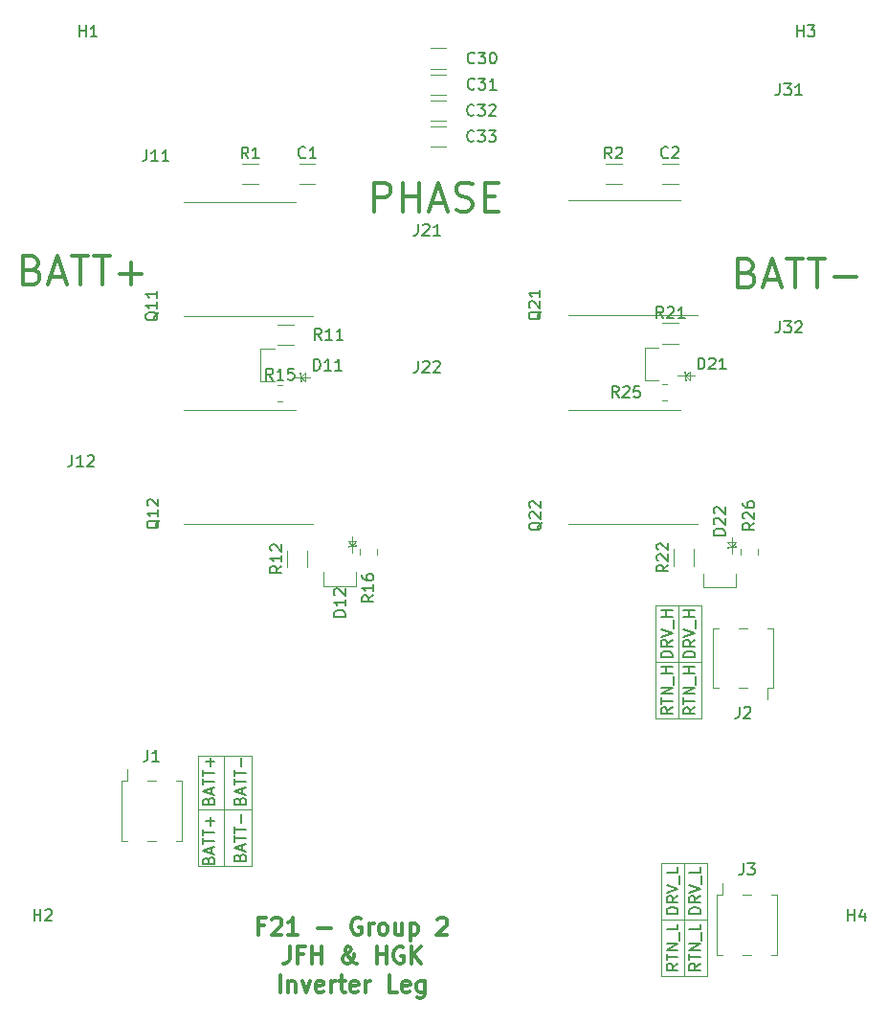
<source format=gto>
G04 #@! TF.GenerationSoftware,KiCad,Pcbnew,(5.1.6)-1*
G04 #@! TF.CreationDate,2021-04-15T23:42:56+02:00*
G04 #@! TF.ProjectId,ThreePhaseInverter,54687265-6550-4686-9173-65496e766572,rev?*
G04 #@! TF.SameCoordinates,Original*
G04 #@! TF.FileFunction,Legend,Top*
G04 #@! TF.FilePolarity,Positive*
%FSLAX46Y46*%
G04 Gerber Fmt 4.6, Leading zero omitted, Abs format (unit mm)*
G04 Created by KiCad (PCBNEW (5.1.6)-1) date 2021-04-15 23:42:56*
%MOMM*%
%LPD*%
G01*
G04 APERTURE LIST*
%ADD10C,0.300000*%
%ADD11C,0.150000*%
%ADD12C,0.120000*%
%ADD13C,0.050000*%
G04 APERTURE END LIST*
D10*
X73578571Y-143042857D02*
X73078571Y-143042857D01*
X73078571Y-143828571D02*
X73078571Y-142328571D01*
X73792857Y-142328571D01*
X74292857Y-142471428D02*
X74364285Y-142400000D01*
X74507142Y-142328571D01*
X74864285Y-142328571D01*
X75007142Y-142400000D01*
X75078571Y-142471428D01*
X75150000Y-142614285D01*
X75150000Y-142757142D01*
X75078571Y-142971428D01*
X74221428Y-143828571D01*
X75150000Y-143828571D01*
X76578571Y-143828571D02*
X75721428Y-143828571D01*
X76150000Y-143828571D02*
X76150000Y-142328571D01*
X76007142Y-142542857D01*
X75864285Y-142685714D01*
X75721428Y-142757142D01*
X78364285Y-143257142D02*
X79507142Y-143257142D01*
X82150000Y-142400000D02*
X82007142Y-142328571D01*
X81792857Y-142328571D01*
X81578571Y-142400000D01*
X81435714Y-142542857D01*
X81364285Y-142685714D01*
X81292857Y-142971428D01*
X81292857Y-143185714D01*
X81364285Y-143471428D01*
X81435714Y-143614285D01*
X81578571Y-143757142D01*
X81792857Y-143828571D01*
X81935714Y-143828571D01*
X82150000Y-143757142D01*
X82221428Y-143685714D01*
X82221428Y-143185714D01*
X81935714Y-143185714D01*
X82864285Y-143828571D02*
X82864285Y-142828571D01*
X82864285Y-143114285D02*
X82935714Y-142971428D01*
X83007142Y-142900000D01*
X83150000Y-142828571D01*
X83292857Y-142828571D01*
X84007142Y-143828571D02*
X83864285Y-143757142D01*
X83792857Y-143685714D01*
X83721428Y-143542857D01*
X83721428Y-143114285D01*
X83792857Y-142971428D01*
X83864285Y-142900000D01*
X84007142Y-142828571D01*
X84221428Y-142828571D01*
X84364285Y-142900000D01*
X84435714Y-142971428D01*
X84507142Y-143114285D01*
X84507142Y-143542857D01*
X84435714Y-143685714D01*
X84364285Y-143757142D01*
X84221428Y-143828571D01*
X84007142Y-143828571D01*
X85792857Y-142828571D02*
X85792857Y-143828571D01*
X85150000Y-142828571D02*
X85150000Y-143614285D01*
X85221428Y-143757142D01*
X85364285Y-143828571D01*
X85578571Y-143828571D01*
X85721428Y-143757142D01*
X85792857Y-143685714D01*
X86507142Y-142828571D02*
X86507142Y-144328571D01*
X86507142Y-142900000D02*
X86650000Y-142828571D01*
X86935714Y-142828571D01*
X87078571Y-142900000D01*
X87150000Y-142971428D01*
X87221428Y-143114285D01*
X87221428Y-143542857D01*
X87150000Y-143685714D01*
X87078571Y-143757142D01*
X86935714Y-143828571D01*
X86650000Y-143828571D01*
X86507142Y-143757142D01*
X88935714Y-142471428D02*
X89007142Y-142400000D01*
X89150000Y-142328571D01*
X89507142Y-142328571D01*
X89650000Y-142400000D01*
X89721428Y-142471428D01*
X89792857Y-142614285D01*
X89792857Y-142757142D01*
X89721428Y-142971428D01*
X88864285Y-143828571D01*
X89792857Y-143828571D01*
X75828571Y-144878571D02*
X75828571Y-145950000D01*
X75757142Y-146164285D01*
X75614285Y-146307142D01*
X75400000Y-146378571D01*
X75257142Y-146378571D01*
X77042857Y-145592857D02*
X76542857Y-145592857D01*
X76542857Y-146378571D02*
X76542857Y-144878571D01*
X77257142Y-144878571D01*
X77828571Y-146378571D02*
X77828571Y-144878571D01*
X77828571Y-145592857D02*
X78685714Y-145592857D01*
X78685714Y-146378571D02*
X78685714Y-144878571D01*
X81757142Y-146378571D02*
X81685714Y-146378571D01*
X81542857Y-146307142D01*
X81328571Y-146092857D01*
X80971428Y-145664285D01*
X80828571Y-145450000D01*
X80757142Y-145235714D01*
X80757142Y-145092857D01*
X80828571Y-144950000D01*
X80971428Y-144878571D01*
X81042857Y-144878571D01*
X81185714Y-144950000D01*
X81257142Y-145092857D01*
X81257142Y-145164285D01*
X81185714Y-145307142D01*
X81114285Y-145378571D01*
X80685714Y-145664285D01*
X80614285Y-145735714D01*
X80542857Y-145878571D01*
X80542857Y-146092857D01*
X80614285Y-146235714D01*
X80685714Y-146307142D01*
X80828571Y-146378571D01*
X81042857Y-146378571D01*
X81185714Y-146307142D01*
X81257142Y-146235714D01*
X81471428Y-145950000D01*
X81542857Y-145735714D01*
X81542857Y-145592857D01*
X83542857Y-146378571D02*
X83542857Y-144878571D01*
X83542857Y-145592857D02*
X84400000Y-145592857D01*
X84400000Y-146378571D02*
X84400000Y-144878571D01*
X85900000Y-144950000D02*
X85757142Y-144878571D01*
X85542857Y-144878571D01*
X85328571Y-144950000D01*
X85185714Y-145092857D01*
X85114285Y-145235714D01*
X85042857Y-145521428D01*
X85042857Y-145735714D01*
X85114285Y-146021428D01*
X85185714Y-146164285D01*
X85328571Y-146307142D01*
X85542857Y-146378571D01*
X85685714Y-146378571D01*
X85900000Y-146307142D01*
X85971428Y-146235714D01*
X85971428Y-145735714D01*
X85685714Y-145735714D01*
X86614285Y-146378571D02*
X86614285Y-144878571D01*
X87471428Y-146378571D02*
X86828571Y-145521428D01*
X87471428Y-144878571D02*
X86614285Y-145735714D01*
X75007142Y-148928571D02*
X75007142Y-147428571D01*
X75721428Y-147928571D02*
X75721428Y-148928571D01*
X75721428Y-148071428D02*
X75792857Y-148000000D01*
X75935714Y-147928571D01*
X76150000Y-147928571D01*
X76292857Y-148000000D01*
X76364285Y-148142857D01*
X76364285Y-148928571D01*
X76935714Y-147928571D02*
X77292857Y-148928571D01*
X77650000Y-147928571D01*
X78792857Y-148857142D02*
X78650000Y-148928571D01*
X78364285Y-148928571D01*
X78221428Y-148857142D01*
X78150000Y-148714285D01*
X78150000Y-148142857D01*
X78221428Y-148000000D01*
X78364285Y-147928571D01*
X78650000Y-147928571D01*
X78792857Y-148000000D01*
X78864285Y-148142857D01*
X78864285Y-148285714D01*
X78150000Y-148428571D01*
X79507142Y-148928571D02*
X79507142Y-147928571D01*
X79507142Y-148214285D02*
X79578571Y-148071428D01*
X79650000Y-148000000D01*
X79792857Y-147928571D01*
X79935714Y-147928571D01*
X80221428Y-147928571D02*
X80792857Y-147928571D01*
X80435714Y-147428571D02*
X80435714Y-148714285D01*
X80507142Y-148857142D01*
X80650000Y-148928571D01*
X80792857Y-148928571D01*
X81864285Y-148857142D02*
X81721428Y-148928571D01*
X81435714Y-148928571D01*
X81292857Y-148857142D01*
X81221428Y-148714285D01*
X81221428Y-148142857D01*
X81292857Y-148000000D01*
X81435714Y-147928571D01*
X81721428Y-147928571D01*
X81864285Y-148000000D01*
X81935714Y-148142857D01*
X81935714Y-148285714D01*
X81221428Y-148428571D01*
X82578571Y-148928571D02*
X82578571Y-147928571D01*
X82578571Y-148214285D02*
X82650000Y-148071428D01*
X82721428Y-148000000D01*
X82864285Y-147928571D01*
X83007142Y-147928571D01*
X85364285Y-148928571D02*
X84650000Y-148928571D01*
X84650000Y-147428571D01*
X86435714Y-148857142D02*
X86292857Y-148928571D01*
X86007142Y-148928571D01*
X85864285Y-148857142D01*
X85792857Y-148714285D01*
X85792857Y-148142857D01*
X85864285Y-148000000D01*
X86007142Y-147928571D01*
X86292857Y-147928571D01*
X86435714Y-148000000D01*
X86507142Y-148142857D01*
X86507142Y-148285714D01*
X85792857Y-148428571D01*
X87792857Y-147928571D02*
X87792857Y-149142857D01*
X87721428Y-149285714D01*
X87650000Y-149357142D01*
X87507142Y-149428571D01*
X87292857Y-149428571D01*
X87150000Y-149357142D01*
X87792857Y-148857142D02*
X87650000Y-148928571D01*
X87364285Y-148928571D01*
X87221428Y-148857142D01*
X87150000Y-148785714D01*
X87078571Y-148642857D01*
X87078571Y-148214285D01*
X87150000Y-148071428D01*
X87221428Y-148000000D01*
X87364285Y-147928571D01*
X87650000Y-147928571D01*
X87792857Y-148000000D01*
X83307142Y-79899047D02*
X83307142Y-77359047D01*
X84274761Y-77359047D01*
X84516666Y-77480000D01*
X84637619Y-77600952D01*
X84758571Y-77842857D01*
X84758571Y-78205714D01*
X84637619Y-78447619D01*
X84516666Y-78568571D01*
X84274761Y-78689523D01*
X83307142Y-78689523D01*
X85847142Y-79899047D02*
X85847142Y-77359047D01*
X85847142Y-78568571D02*
X87298571Y-78568571D01*
X87298571Y-79899047D02*
X87298571Y-77359047D01*
X88387142Y-79173333D02*
X89596666Y-79173333D01*
X88145238Y-79899047D02*
X88991904Y-77359047D01*
X89838571Y-79899047D01*
X90564285Y-79778095D02*
X90927142Y-79899047D01*
X91531904Y-79899047D01*
X91773809Y-79778095D01*
X91894761Y-79657142D01*
X92015714Y-79415238D01*
X92015714Y-79173333D01*
X91894761Y-78931428D01*
X91773809Y-78810476D01*
X91531904Y-78689523D01*
X91048095Y-78568571D01*
X90806190Y-78447619D01*
X90685238Y-78326666D01*
X90564285Y-78084761D01*
X90564285Y-77842857D01*
X90685238Y-77600952D01*
X90806190Y-77480000D01*
X91048095Y-77359047D01*
X91652857Y-77359047D01*
X92015714Y-77480000D01*
X93104285Y-78568571D02*
X93950952Y-78568571D01*
X94313809Y-79899047D02*
X93104285Y-79899047D01*
X93104285Y-77359047D01*
X94313809Y-77359047D01*
X53085238Y-85068571D02*
X53448095Y-85189523D01*
X53569047Y-85310476D01*
X53690000Y-85552380D01*
X53690000Y-85915238D01*
X53569047Y-86157142D01*
X53448095Y-86278095D01*
X53206190Y-86399047D01*
X52238571Y-86399047D01*
X52238571Y-83859047D01*
X53085238Y-83859047D01*
X53327142Y-83980000D01*
X53448095Y-84100952D01*
X53569047Y-84342857D01*
X53569047Y-84584761D01*
X53448095Y-84826666D01*
X53327142Y-84947619D01*
X53085238Y-85068571D01*
X52238571Y-85068571D01*
X54657619Y-85673333D02*
X55867142Y-85673333D01*
X54415714Y-86399047D02*
X55262380Y-83859047D01*
X56109047Y-86399047D01*
X56592857Y-83859047D02*
X58044285Y-83859047D01*
X57318571Y-86399047D02*
X57318571Y-83859047D01*
X58528095Y-83859047D02*
X59979523Y-83859047D01*
X59253809Y-86399047D02*
X59253809Y-83859047D01*
X60826190Y-85431428D02*
X62761428Y-85431428D01*
X61793809Y-86399047D02*
X61793809Y-84463809D01*
X116335238Y-85318571D02*
X116698095Y-85439523D01*
X116819047Y-85560476D01*
X116940000Y-85802380D01*
X116940000Y-86165238D01*
X116819047Y-86407142D01*
X116698095Y-86528095D01*
X116456190Y-86649047D01*
X115488571Y-86649047D01*
X115488571Y-84109047D01*
X116335238Y-84109047D01*
X116577142Y-84230000D01*
X116698095Y-84350952D01*
X116819047Y-84592857D01*
X116819047Y-84834761D01*
X116698095Y-85076666D01*
X116577142Y-85197619D01*
X116335238Y-85318571D01*
X115488571Y-85318571D01*
X117907619Y-85923333D02*
X119117142Y-85923333D01*
X117665714Y-86649047D02*
X118512380Y-84109047D01*
X119359047Y-86649047D01*
X119842857Y-84109047D02*
X121294285Y-84109047D01*
X120568571Y-86649047D02*
X120568571Y-84109047D01*
X121778095Y-84109047D02*
X123229523Y-84109047D01*
X122503809Y-86649047D02*
X122503809Y-84109047D01*
X124076190Y-85681428D02*
X126011428Y-85681428D01*
D11*
X109702380Y-119345238D02*
X108702380Y-119345238D01*
X108702380Y-119107142D01*
X108750000Y-118964285D01*
X108845238Y-118869047D01*
X108940476Y-118821428D01*
X109130952Y-118773809D01*
X109273809Y-118773809D01*
X109464285Y-118821428D01*
X109559523Y-118869047D01*
X109654761Y-118964285D01*
X109702380Y-119107142D01*
X109702380Y-119345238D01*
X109702380Y-117773809D02*
X109226190Y-118107142D01*
X109702380Y-118345238D02*
X108702380Y-118345238D01*
X108702380Y-117964285D01*
X108750000Y-117869047D01*
X108797619Y-117821428D01*
X108892857Y-117773809D01*
X109035714Y-117773809D01*
X109130952Y-117821428D01*
X109178571Y-117869047D01*
X109226190Y-117964285D01*
X109226190Y-118345238D01*
X108702380Y-117488095D02*
X109702380Y-117154761D01*
X108702380Y-116821428D01*
X109797619Y-116726190D02*
X109797619Y-115964285D01*
X109702380Y-115726190D02*
X108702380Y-115726190D01*
X109178571Y-115726190D02*
X109178571Y-115154761D01*
X109702380Y-115154761D02*
X108702380Y-115154761D01*
X111702380Y-119345238D02*
X110702380Y-119345238D01*
X110702380Y-119107142D01*
X110750000Y-118964285D01*
X110845238Y-118869047D01*
X110940476Y-118821428D01*
X111130952Y-118773809D01*
X111273809Y-118773809D01*
X111464285Y-118821428D01*
X111559523Y-118869047D01*
X111654761Y-118964285D01*
X111702380Y-119107142D01*
X111702380Y-119345238D01*
X111702380Y-117773809D02*
X111226190Y-118107142D01*
X111702380Y-118345238D02*
X110702380Y-118345238D01*
X110702380Y-117964285D01*
X110750000Y-117869047D01*
X110797619Y-117821428D01*
X110892857Y-117773809D01*
X111035714Y-117773809D01*
X111130952Y-117821428D01*
X111178571Y-117869047D01*
X111226190Y-117964285D01*
X111226190Y-118345238D01*
X110702380Y-117488095D02*
X111702380Y-117154761D01*
X110702380Y-116821428D01*
X111797619Y-116726190D02*
X111797619Y-115964285D01*
X111702380Y-115726190D02*
X110702380Y-115726190D01*
X111178571Y-115726190D02*
X111178571Y-115154761D01*
X111702380Y-115154761D02*
X110702380Y-115154761D01*
X109702380Y-123750000D02*
X109226190Y-124083333D01*
X109702380Y-124321428D02*
X108702380Y-124321428D01*
X108702380Y-123940476D01*
X108750000Y-123845238D01*
X108797619Y-123797619D01*
X108892857Y-123750000D01*
X109035714Y-123750000D01*
X109130952Y-123797619D01*
X109178571Y-123845238D01*
X109226190Y-123940476D01*
X109226190Y-124321428D01*
X108702380Y-123464285D02*
X108702380Y-122892857D01*
X109702380Y-123178571D02*
X108702380Y-123178571D01*
X109702380Y-122559523D02*
X108702380Y-122559523D01*
X109702380Y-121988095D01*
X108702380Y-121988095D01*
X109797619Y-121750000D02*
X109797619Y-120988095D01*
X109702380Y-120750000D02*
X108702380Y-120750000D01*
X109178571Y-120750000D02*
X109178571Y-120178571D01*
X109702380Y-120178571D02*
X108702380Y-120178571D01*
X111702380Y-123750000D02*
X111226190Y-124083333D01*
X111702380Y-124321428D02*
X110702380Y-124321428D01*
X110702380Y-123940476D01*
X110750000Y-123845238D01*
X110797619Y-123797619D01*
X110892857Y-123750000D01*
X111035714Y-123750000D01*
X111130952Y-123797619D01*
X111178571Y-123845238D01*
X111226190Y-123940476D01*
X111226190Y-124321428D01*
X110702380Y-123464285D02*
X110702380Y-122892857D01*
X111702380Y-123178571D02*
X110702380Y-123178571D01*
X111702380Y-122559523D02*
X110702380Y-122559523D01*
X111702380Y-121988095D01*
X110702380Y-121988095D01*
X111797619Y-121750000D02*
X111797619Y-120988095D01*
X111702380Y-120750000D02*
X110702380Y-120750000D01*
X111178571Y-120750000D02*
X111178571Y-120178571D01*
X111702380Y-120178571D02*
X110702380Y-120178571D01*
D12*
X108250000Y-119750000D02*
X112250000Y-119750000D01*
X112250000Y-124750000D02*
X108250000Y-124750000D01*
X108250000Y-114750000D02*
X112250000Y-114750000D01*
X112250000Y-114750000D02*
X112250000Y-124750000D01*
X108250000Y-124750000D02*
X108250000Y-114750000D01*
X110250000Y-114750000D02*
X110250000Y-124750000D01*
X108750000Y-142500000D02*
X112750000Y-142500000D01*
X110750000Y-137500000D02*
X110750000Y-147500000D01*
X108750000Y-147500000D02*
X108750000Y-137500000D01*
X112750000Y-147500000D02*
X108750000Y-147500000D01*
X112750000Y-137500000D02*
X112750000Y-147500000D01*
X108750000Y-137500000D02*
X112750000Y-137500000D01*
D11*
X110202380Y-141976190D02*
X109202380Y-141976190D01*
X109202380Y-141738095D01*
X109250000Y-141595238D01*
X109345238Y-141500000D01*
X109440476Y-141452380D01*
X109630952Y-141404761D01*
X109773809Y-141404761D01*
X109964285Y-141452380D01*
X110059523Y-141500000D01*
X110154761Y-141595238D01*
X110202380Y-141738095D01*
X110202380Y-141976190D01*
X110202380Y-140404761D02*
X109726190Y-140738095D01*
X110202380Y-140976190D02*
X109202380Y-140976190D01*
X109202380Y-140595238D01*
X109250000Y-140500000D01*
X109297619Y-140452380D01*
X109392857Y-140404761D01*
X109535714Y-140404761D01*
X109630952Y-140452380D01*
X109678571Y-140500000D01*
X109726190Y-140595238D01*
X109726190Y-140976190D01*
X109202380Y-140119047D02*
X110202380Y-139785714D01*
X109202380Y-139452380D01*
X110297619Y-139357142D02*
X110297619Y-138595238D01*
X110202380Y-137880952D02*
X110202380Y-138357142D01*
X109202380Y-138357142D01*
X112202380Y-141976190D02*
X111202380Y-141976190D01*
X111202380Y-141738095D01*
X111250000Y-141595238D01*
X111345238Y-141500000D01*
X111440476Y-141452380D01*
X111630952Y-141404761D01*
X111773809Y-141404761D01*
X111964285Y-141452380D01*
X112059523Y-141500000D01*
X112154761Y-141595238D01*
X112202380Y-141738095D01*
X112202380Y-141976190D01*
X112202380Y-140404761D02*
X111726190Y-140738095D01*
X112202380Y-140976190D02*
X111202380Y-140976190D01*
X111202380Y-140595238D01*
X111250000Y-140500000D01*
X111297619Y-140452380D01*
X111392857Y-140404761D01*
X111535714Y-140404761D01*
X111630952Y-140452380D01*
X111678571Y-140500000D01*
X111726190Y-140595238D01*
X111726190Y-140976190D01*
X111202380Y-140119047D02*
X112202380Y-139785714D01*
X111202380Y-139452380D01*
X112297619Y-139357142D02*
X112297619Y-138595238D01*
X112202380Y-137880952D02*
X112202380Y-138357142D01*
X111202380Y-138357142D01*
X110202380Y-146380952D02*
X109726190Y-146714285D01*
X110202380Y-146952380D02*
X109202380Y-146952380D01*
X109202380Y-146571428D01*
X109250000Y-146476190D01*
X109297619Y-146428571D01*
X109392857Y-146380952D01*
X109535714Y-146380952D01*
X109630952Y-146428571D01*
X109678571Y-146476190D01*
X109726190Y-146571428D01*
X109726190Y-146952380D01*
X109202380Y-146095238D02*
X109202380Y-145523809D01*
X110202380Y-145809523D02*
X109202380Y-145809523D01*
X110202380Y-145190476D02*
X109202380Y-145190476D01*
X110202380Y-144619047D01*
X109202380Y-144619047D01*
X110297619Y-144380952D02*
X110297619Y-143619047D01*
X110202380Y-142904761D02*
X110202380Y-143380952D01*
X109202380Y-143380952D01*
X112202380Y-146380952D02*
X111726190Y-146714285D01*
X112202380Y-146952380D02*
X111202380Y-146952380D01*
X111202380Y-146571428D01*
X111250000Y-146476190D01*
X111297619Y-146428571D01*
X111392857Y-146380952D01*
X111535714Y-146380952D01*
X111630952Y-146428571D01*
X111678571Y-146476190D01*
X111726190Y-146571428D01*
X111726190Y-146952380D01*
X111202380Y-146095238D02*
X111202380Y-145523809D01*
X112202380Y-145809523D02*
X111202380Y-145809523D01*
X112202380Y-145190476D02*
X111202380Y-145190476D01*
X112202380Y-144619047D01*
X111202380Y-144619047D01*
X112297619Y-144380952D02*
X112297619Y-143619047D01*
X112202380Y-142904761D02*
X112202380Y-143380952D01*
X111202380Y-143380952D01*
D12*
X72500000Y-132750000D02*
X67750000Y-132750000D01*
X70000000Y-128000000D02*
X70000000Y-137750000D01*
D11*
X71428571Y-131988095D02*
X71476190Y-131845238D01*
X71523809Y-131797619D01*
X71619047Y-131750000D01*
X71761904Y-131750000D01*
X71857142Y-131797619D01*
X71904761Y-131845238D01*
X71952380Y-131940476D01*
X71952380Y-132321428D01*
X70952380Y-132321428D01*
X70952380Y-131988095D01*
X71000000Y-131892857D01*
X71047619Y-131845238D01*
X71142857Y-131797619D01*
X71238095Y-131797619D01*
X71333333Y-131845238D01*
X71380952Y-131892857D01*
X71428571Y-131988095D01*
X71428571Y-132321428D01*
X71666666Y-131369047D02*
X71666666Y-130892857D01*
X71952380Y-131464285D02*
X70952380Y-131130952D01*
X71952380Y-130797619D01*
X70952380Y-130607142D02*
X70952380Y-130035714D01*
X71952380Y-130321428D02*
X70952380Y-130321428D01*
X70952380Y-129845238D02*
X70952380Y-129273809D01*
X71952380Y-129559523D02*
X70952380Y-129559523D01*
X71571428Y-128940476D02*
X71571428Y-128178571D01*
X71428571Y-136988095D02*
X71476190Y-136845238D01*
X71523809Y-136797619D01*
X71619047Y-136750000D01*
X71761904Y-136750000D01*
X71857142Y-136797619D01*
X71904761Y-136845238D01*
X71952380Y-136940476D01*
X71952380Y-137321428D01*
X70952380Y-137321428D01*
X70952380Y-136988095D01*
X71000000Y-136892857D01*
X71047619Y-136845238D01*
X71142857Y-136797619D01*
X71238095Y-136797619D01*
X71333333Y-136845238D01*
X71380952Y-136892857D01*
X71428571Y-136988095D01*
X71428571Y-137321428D01*
X71666666Y-136369047D02*
X71666666Y-135892857D01*
X71952380Y-136464285D02*
X70952380Y-136130952D01*
X71952380Y-135797619D01*
X70952380Y-135607142D02*
X70952380Y-135035714D01*
X71952380Y-135321428D02*
X70952380Y-135321428D01*
X70952380Y-134845238D02*
X70952380Y-134273809D01*
X71952380Y-134559523D02*
X70952380Y-134559523D01*
X71571428Y-133940476D02*
X71571428Y-133178571D01*
X68678571Y-131988095D02*
X68726190Y-131845238D01*
X68773809Y-131797619D01*
X68869047Y-131750000D01*
X69011904Y-131750000D01*
X69107142Y-131797619D01*
X69154761Y-131845238D01*
X69202380Y-131940476D01*
X69202380Y-132321428D01*
X68202380Y-132321428D01*
X68202380Y-131988095D01*
X68250000Y-131892857D01*
X68297619Y-131845238D01*
X68392857Y-131797619D01*
X68488095Y-131797619D01*
X68583333Y-131845238D01*
X68630952Y-131892857D01*
X68678571Y-131988095D01*
X68678571Y-132321428D01*
X68916666Y-131369047D02*
X68916666Y-130892857D01*
X69202380Y-131464285D02*
X68202380Y-131130952D01*
X69202380Y-130797619D01*
X68202380Y-130607142D02*
X68202380Y-130035714D01*
X69202380Y-130321428D02*
X68202380Y-130321428D01*
X68202380Y-129845238D02*
X68202380Y-129273809D01*
X69202380Y-129559523D02*
X68202380Y-129559523D01*
X68821428Y-128940476D02*
X68821428Y-128178571D01*
X69202380Y-128559523D02*
X68440476Y-128559523D01*
X68678571Y-137238095D02*
X68726190Y-137095238D01*
X68773809Y-137047619D01*
X68869047Y-137000000D01*
X69011904Y-137000000D01*
X69107142Y-137047619D01*
X69154761Y-137095238D01*
X69202380Y-137190476D01*
X69202380Y-137571428D01*
X68202380Y-137571428D01*
X68202380Y-137238095D01*
X68250000Y-137142857D01*
X68297619Y-137095238D01*
X68392857Y-137047619D01*
X68488095Y-137047619D01*
X68583333Y-137095238D01*
X68630952Y-137142857D01*
X68678571Y-137238095D01*
X68678571Y-137571428D01*
X68916666Y-136619047D02*
X68916666Y-136142857D01*
X69202380Y-136714285D02*
X68202380Y-136380952D01*
X69202380Y-136047619D01*
X68202380Y-135857142D02*
X68202380Y-135285714D01*
X69202380Y-135571428D02*
X68202380Y-135571428D01*
X68202380Y-135095238D02*
X68202380Y-134523809D01*
X69202380Y-134809523D02*
X68202380Y-134809523D01*
X68821428Y-134190476D02*
X68821428Y-133428571D01*
X69202380Y-133809523D02*
X68440476Y-133809523D01*
D12*
X72500000Y-128000000D02*
X67750000Y-128000000D01*
X72500000Y-137750000D02*
X72500000Y-128000000D01*
X67750000Y-137750000D02*
X72500000Y-137750000D01*
X67750000Y-128000000D02*
X67750000Y-137750000D01*
X76410000Y-79050000D02*
X66500000Y-79050000D01*
X77900000Y-89150000D02*
X66500000Y-89150000D01*
X76410000Y-97450000D02*
X66500000Y-97450000D01*
X77900000Y-107550000D02*
X66500000Y-107550000D01*
X110410000Y-78950000D02*
X100500000Y-78950000D01*
X111900000Y-89050000D02*
X100500000Y-89050000D01*
X110410000Y-97450000D02*
X100500000Y-97450000D01*
X111900000Y-107550000D02*
X100500000Y-107550000D01*
X115945000Y-145620000D02*
X116695000Y-145620000D01*
X115945000Y-140320000D02*
X116695000Y-140320000D01*
X118970000Y-145620000D02*
X118485000Y-145620000D01*
X118970000Y-140320000D02*
X118970000Y-145620000D01*
X118485000Y-140320000D02*
X118970000Y-140320000D01*
X113670000Y-145620000D02*
X114155000Y-145620000D01*
X113670000Y-140320000D02*
X113670000Y-145620000D01*
X114155000Y-140320000D02*
X113670000Y-140320000D01*
X114155000Y-139300000D02*
X114155000Y-140320000D01*
X116335000Y-116730000D02*
X115585000Y-116730000D01*
X116335000Y-122030000D02*
X115585000Y-122030000D01*
X113310000Y-116730000D02*
X113795000Y-116730000D01*
X113310000Y-122030000D02*
X113310000Y-116730000D01*
X113795000Y-122030000D02*
X113310000Y-122030000D01*
X118610000Y-116730000D02*
X118125000Y-116730000D01*
X118610000Y-122030000D02*
X118610000Y-116730000D01*
X118125000Y-122030000D02*
X118610000Y-122030000D01*
X118125000Y-123050000D02*
X118125000Y-122030000D01*
X63245000Y-135570000D02*
X63995000Y-135570000D01*
X63245000Y-130270000D02*
X63995000Y-130270000D01*
X66270000Y-135570000D02*
X65785000Y-135570000D01*
X66270000Y-130270000D02*
X66270000Y-135570000D01*
X65785000Y-130270000D02*
X66270000Y-130270000D01*
X60970000Y-135570000D02*
X61455000Y-135570000D01*
X60970000Y-130270000D02*
X60970000Y-135570000D01*
X61455000Y-130270000D02*
X60970000Y-130270000D01*
X61455000Y-129250000D02*
X61455000Y-130270000D01*
D13*
X115350000Y-113125000D02*
X115350000Y-111900000D01*
X112450000Y-113125000D02*
X115350000Y-113125000D01*
X112450000Y-111900000D02*
X112450000Y-113125000D01*
X114950000Y-108725000D02*
X114950000Y-110200000D01*
X114950000Y-109575000D02*
X114600000Y-109150000D01*
X114600000Y-109150000D02*
X115300000Y-109150000D01*
X115300000Y-109150000D02*
X114950000Y-109575000D01*
X114950000Y-109575000D02*
X114600000Y-109575000D01*
X114600000Y-109575000D02*
X114600000Y-109675000D01*
X114600000Y-109675000D02*
X114675000Y-109675000D01*
X114950000Y-109575000D02*
X115300000Y-109575000D01*
X115300000Y-109575000D02*
X115300000Y-109475000D01*
X115300000Y-109475000D02*
X115225000Y-109475000D01*
X107275000Y-94850000D02*
X108500000Y-94850000D01*
X107275000Y-91950000D02*
X107275000Y-94850000D01*
X108500000Y-91950000D02*
X107275000Y-91950000D01*
X111675000Y-94450000D02*
X110200000Y-94450000D01*
X110825000Y-94450000D02*
X111250000Y-94100000D01*
X111250000Y-94100000D02*
X111250000Y-94800000D01*
X111250000Y-94800000D02*
X110825000Y-94450000D01*
X110825000Y-94450000D02*
X110825000Y-94100000D01*
X110825000Y-94100000D02*
X110725000Y-94100000D01*
X110725000Y-94100000D02*
X110725000Y-94175000D01*
X110825000Y-94450000D02*
X110825000Y-94800000D01*
X110825000Y-94800000D02*
X110925000Y-94800000D01*
X110925000Y-94800000D02*
X110925000Y-94725000D01*
X81750000Y-113025000D02*
X81750000Y-111800000D01*
X78850000Y-113025000D02*
X81750000Y-113025000D01*
X78850000Y-111800000D02*
X78850000Y-113025000D01*
X81350000Y-108625000D02*
X81350000Y-110100000D01*
X81350000Y-109475000D02*
X81000000Y-109050000D01*
X81000000Y-109050000D02*
X81700000Y-109050000D01*
X81700000Y-109050000D02*
X81350000Y-109475000D01*
X81350000Y-109475000D02*
X81000000Y-109475000D01*
X81000000Y-109475000D02*
X81000000Y-109575000D01*
X81000000Y-109575000D02*
X81075000Y-109575000D01*
X81350000Y-109475000D02*
X81700000Y-109475000D01*
X81700000Y-109475000D02*
X81700000Y-109375000D01*
X81700000Y-109375000D02*
X81625000Y-109375000D01*
X73275000Y-94950000D02*
X74500000Y-94950000D01*
X73275000Y-92050000D02*
X73275000Y-94950000D01*
X74500000Y-92050000D02*
X73275000Y-92050000D01*
X77675000Y-94550000D02*
X76200000Y-94550000D01*
X76825000Y-94550000D02*
X77250000Y-94200000D01*
X77250000Y-94200000D02*
X77250000Y-94900000D01*
X77250000Y-94900000D02*
X76825000Y-94550000D01*
X76825000Y-94550000D02*
X76825000Y-94200000D01*
X76825000Y-94200000D02*
X76725000Y-94200000D01*
X76725000Y-94200000D02*
X76725000Y-94275000D01*
X76825000Y-94550000D02*
X76825000Y-94900000D01*
X76825000Y-94900000D02*
X76925000Y-94900000D01*
X76925000Y-94900000D02*
X76925000Y-94825000D01*
D12*
X109790000Y-111227064D02*
X109790000Y-109772936D01*
X111610000Y-111227064D02*
X111610000Y-109772936D01*
X108822936Y-89790000D02*
X110277064Y-89790000D01*
X108822936Y-91610000D02*
X110277064Y-91610000D01*
X75590000Y-111327064D02*
X75590000Y-109872936D01*
X77410000Y-111327064D02*
X77410000Y-109872936D01*
X74772936Y-89890000D02*
X76227064Y-89890000D01*
X74772936Y-91710000D02*
X76227064Y-91710000D01*
X115765000Y-110227064D02*
X115765000Y-109772936D01*
X117235000Y-110227064D02*
X117235000Y-109772936D01*
X108772936Y-95165000D02*
X109227064Y-95165000D01*
X108772936Y-96635000D02*
X109227064Y-96635000D01*
X82065000Y-110227064D02*
X82065000Y-109772936D01*
X83535000Y-110227064D02*
X83535000Y-109772936D01*
X74772936Y-95265000D02*
X75227064Y-95265000D01*
X74772936Y-96735000D02*
X75227064Y-96735000D01*
X71622936Y-75690000D02*
X73077064Y-75690000D01*
X71622936Y-77510000D02*
X73077064Y-77510000D01*
X76688748Y-75690000D02*
X78111252Y-75690000D01*
X76688748Y-77510000D02*
X78111252Y-77510000D01*
X108788748Y-77510000D02*
X110211252Y-77510000D01*
X108788748Y-75690000D02*
X110211252Y-75690000D01*
X88288748Y-67310000D02*
X89711252Y-67310000D01*
X88288748Y-65490000D02*
X89711252Y-65490000D01*
X88288748Y-67790000D02*
X89711252Y-67790000D01*
X88288748Y-69610000D02*
X89711252Y-69610000D01*
X88288748Y-71910000D02*
X89711252Y-71910000D01*
X88288748Y-70090000D02*
X89711252Y-70090000D01*
X88288748Y-72390000D02*
X89711252Y-72390000D01*
X88288748Y-74210000D02*
X89711252Y-74210000D01*
X103772936Y-77510000D02*
X105227064Y-77510000D01*
X103772936Y-75690000D02*
X105227064Y-75690000D01*
D11*
X125238095Y-142602380D02*
X125238095Y-141602380D01*
X125238095Y-142078571D02*
X125809523Y-142078571D01*
X125809523Y-142602380D02*
X125809523Y-141602380D01*
X126714285Y-141935714D02*
X126714285Y-142602380D01*
X126476190Y-141554761D02*
X126238095Y-142269047D01*
X126857142Y-142269047D01*
X120738095Y-64452380D02*
X120738095Y-63452380D01*
X120738095Y-63928571D02*
X121309523Y-63928571D01*
X121309523Y-64452380D02*
X121309523Y-63452380D01*
X121690476Y-63452380D02*
X122309523Y-63452380D01*
X121976190Y-63833333D01*
X122119047Y-63833333D01*
X122214285Y-63880952D01*
X122261904Y-63928571D01*
X122309523Y-64023809D01*
X122309523Y-64261904D01*
X122261904Y-64357142D01*
X122214285Y-64404761D01*
X122119047Y-64452380D01*
X121833333Y-64452380D01*
X121738095Y-64404761D01*
X121690476Y-64357142D01*
X53238095Y-142602380D02*
X53238095Y-141602380D01*
X53238095Y-142078571D02*
X53809523Y-142078571D01*
X53809523Y-142602380D02*
X53809523Y-141602380D01*
X54238095Y-141697619D02*
X54285714Y-141650000D01*
X54380952Y-141602380D01*
X54619047Y-141602380D01*
X54714285Y-141650000D01*
X54761904Y-141697619D01*
X54809523Y-141792857D01*
X54809523Y-141888095D01*
X54761904Y-142030952D01*
X54190476Y-142602380D01*
X54809523Y-142602380D01*
X57238095Y-64452380D02*
X57238095Y-63452380D01*
X57238095Y-63928571D02*
X57809523Y-63928571D01*
X57809523Y-64452380D02*
X57809523Y-63452380D01*
X58809523Y-64452380D02*
X58238095Y-64452380D01*
X58523809Y-64452380D02*
X58523809Y-63452380D01*
X58428571Y-63595238D01*
X58333333Y-63690476D01*
X58238095Y-63738095D01*
X64222619Y-88821428D02*
X64175000Y-88916666D01*
X64079761Y-89011904D01*
X63936904Y-89154761D01*
X63889285Y-89250000D01*
X63889285Y-89345238D01*
X64127380Y-89297619D02*
X64079761Y-89392857D01*
X63984523Y-89488095D01*
X63794047Y-89535714D01*
X63460714Y-89535714D01*
X63270238Y-89488095D01*
X63175000Y-89392857D01*
X63127380Y-89297619D01*
X63127380Y-89107142D01*
X63175000Y-89011904D01*
X63270238Y-88916666D01*
X63460714Y-88869047D01*
X63794047Y-88869047D01*
X63984523Y-88916666D01*
X64079761Y-89011904D01*
X64127380Y-89107142D01*
X64127380Y-89297619D01*
X64127380Y-87916666D02*
X64127380Y-88488095D01*
X64127380Y-88202380D02*
X63127380Y-88202380D01*
X63270238Y-88297619D01*
X63365476Y-88392857D01*
X63413095Y-88488095D01*
X64127380Y-86964285D02*
X64127380Y-87535714D01*
X64127380Y-87250000D02*
X63127380Y-87250000D01*
X63270238Y-87345238D01*
X63365476Y-87440476D01*
X63413095Y-87535714D01*
X64322619Y-107196428D02*
X64275000Y-107291666D01*
X64179761Y-107386904D01*
X64036904Y-107529761D01*
X63989285Y-107625000D01*
X63989285Y-107720238D01*
X64227380Y-107672619D02*
X64179761Y-107767857D01*
X64084523Y-107863095D01*
X63894047Y-107910714D01*
X63560714Y-107910714D01*
X63370238Y-107863095D01*
X63275000Y-107767857D01*
X63227380Y-107672619D01*
X63227380Y-107482142D01*
X63275000Y-107386904D01*
X63370238Y-107291666D01*
X63560714Y-107244047D01*
X63894047Y-107244047D01*
X64084523Y-107291666D01*
X64179761Y-107386904D01*
X64227380Y-107482142D01*
X64227380Y-107672619D01*
X64227380Y-106291666D02*
X64227380Y-106863095D01*
X64227380Y-106577380D02*
X63227380Y-106577380D01*
X63370238Y-106672619D01*
X63465476Y-106767857D01*
X63513095Y-106863095D01*
X63322619Y-105910714D02*
X63275000Y-105863095D01*
X63227380Y-105767857D01*
X63227380Y-105529761D01*
X63275000Y-105434523D01*
X63322619Y-105386904D01*
X63417857Y-105339285D01*
X63513095Y-105339285D01*
X63655952Y-105386904D01*
X64227380Y-105958333D01*
X64227380Y-105339285D01*
X98097619Y-88746428D02*
X98050000Y-88841666D01*
X97954761Y-88936904D01*
X97811904Y-89079761D01*
X97764285Y-89175000D01*
X97764285Y-89270238D01*
X98002380Y-89222619D02*
X97954761Y-89317857D01*
X97859523Y-89413095D01*
X97669047Y-89460714D01*
X97335714Y-89460714D01*
X97145238Y-89413095D01*
X97050000Y-89317857D01*
X97002380Y-89222619D01*
X97002380Y-89032142D01*
X97050000Y-88936904D01*
X97145238Y-88841666D01*
X97335714Y-88794047D01*
X97669047Y-88794047D01*
X97859523Y-88841666D01*
X97954761Y-88936904D01*
X98002380Y-89032142D01*
X98002380Y-89222619D01*
X97097619Y-88413095D02*
X97050000Y-88365476D01*
X97002380Y-88270238D01*
X97002380Y-88032142D01*
X97050000Y-87936904D01*
X97097619Y-87889285D01*
X97192857Y-87841666D01*
X97288095Y-87841666D01*
X97430952Y-87889285D01*
X98002380Y-88460714D01*
X98002380Y-87841666D01*
X98002380Y-86889285D02*
X98002380Y-87460714D01*
X98002380Y-87175000D02*
X97002380Y-87175000D01*
X97145238Y-87270238D01*
X97240476Y-87365476D01*
X97288095Y-87460714D01*
X98147619Y-107371428D02*
X98100000Y-107466666D01*
X98004761Y-107561904D01*
X97861904Y-107704761D01*
X97814285Y-107800000D01*
X97814285Y-107895238D01*
X98052380Y-107847619D02*
X98004761Y-107942857D01*
X97909523Y-108038095D01*
X97719047Y-108085714D01*
X97385714Y-108085714D01*
X97195238Y-108038095D01*
X97100000Y-107942857D01*
X97052380Y-107847619D01*
X97052380Y-107657142D01*
X97100000Y-107561904D01*
X97195238Y-107466666D01*
X97385714Y-107419047D01*
X97719047Y-107419047D01*
X97909523Y-107466666D01*
X98004761Y-107561904D01*
X98052380Y-107657142D01*
X98052380Y-107847619D01*
X97147619Y-107038095D02*
X97100000Y-106990476D01*
X97052380Y-106895238D01*
X97052380Y-106657142D01*
X97100000Y-106561904D01*
X97147619Y-106514285D01*
X97242857Y-106466666D01*
X97338095Y-106466666D01*
X97480952Y-106514285D01*
X98052380Y-107085714D01*
X98052380Y-106466666D01*
X97147619Y-106085714D02*
X97100000Y-106038095D01*
X97052380Y-105942857D01*
X97052380Y-105704761D01*
X97100000Y-105609523D01*
X97147619Y-105561904D01*
X97242857Y-105514285D01*
X97338095Y-105514285D01*
X97480952Y-105561904D01*
X98052380Y-106133333D01*
X98052380Y-105514285D01*
X115986666Y-137552380D02*
X115986666Y-138266666D01*
X115939047Y-138409523D01*
X115843809Y-138504761D01*
X115700952Y-138552380D01*
X115605714Y-138552380D01*
X116367619Y-137552380D02*
X116986666Y-137552380D01*
X116653333Y-137933333D01*
X116796190Y-137933333D01*
X116891428Y-137980952D01*
X116939047Y-138028571D01*
X116986666Y-138123809D01*
X116986666Y-138361904D01*
X116939047Y-138457142D01*
X116891428Y-138504761D01*
X116796190Y-138552380D01*
X116510476Y-138552380D01*
X116415238Y-138504761D01*
X116367619Y-138457142D01*
X115626666Y-123702380D02*
X115626666Y-124416666D01*
X115579047Y-124559523D01*
X115483809Y-124654761D01*
X115340952Y-124702380D01*
X115245714Y-124702380D01*
X116055238Y-123797619D02*
X116102857Y-123750000D01*
X116198095Y-123702380D01*
X116436190Y-123702380D01*
X116531428Y-123750000D01*
X116579047Y-123797619D01*
X116626666Y-123892857D01*
X116626666Y-123988095D01*
X116579047Y-124130952D01*
X116007619Y-124702380D01*
X116626666Y-124702380D01*
X63286666Y-127502380D02*
X63286666Y-128216666D01*
X63239047Y-128359523D01*
X63143809Y-128454761D01*
X63000952Y-128502380D01*
X62905714Y-128502380D01*
X64286666Y-128502380D02*
X63715238Y-128502380D01*
X64000952Y-128502380D02*
X64000952Y-127502380D01*
X63905714Y-127645238D01*
X63810476Y-127740476D01*
X63715238Y-127788095D01*
X114352380Y-108514285D02*
X113352380Y-108514285D01*
X113352380Y-108276190D01*
X113400000Y-108133333D01*
X113495238Y-108038095D01*
X113590476Y-107990476D01*
X113780952Y-107942857D01*
X113923809Y-107942857D01*
X114114285Y-107990476D01*
X114209523Y-108038095D01*
X114304761Y-108133333D01*
X114352380Y-108276190D01*
X114352380Y-108514285D01*
X113447619Y-107561904D02*
X113400000Y-107514285D01*
X113352380Y-107419047D01*
X113352380Y-107180952D01*
X113400000Y-107085714D01*
X113447619Y-107038095D01*
X113542857Y-106990476D01*
X113638095Y-106990476D01*
X113780952Y-107038095D01*
X114352380Y-107609523D01*
X114352380Y-106990476D01*
X113447619Y-106609523D02*
X113400000Y-106561904D01*
X113352380Y-106466666D01*
X113352380Y-106228571D01*
X113400000Y-106133333D01*
X113447619Y-106085714D01*
X113542857Y-106038095D01*
X113638095Y-106038095D01*
X113780952Y-106085714D01*
X114352380Y-106657142D01*
X114352380Y-106038095D01*
X111985714Y-93852380D02*
X111985714Y-92852380D01*
X112223809Y-92852380D01*
X112366666Y-92900000D01*
X112461904Y-92995238D01*
X112509523Y-93090476D01*
X112557142Y-93280952D01*
X112557142Y-93423809D01*
X112509523Y-93614285D01*
X112461904Y-93709523D01*
X112366666Y-93804761D01*
X112223809Y-93852380D01*
X111985714Y-93852380D01*
X112938095Y-92947619D02*
X112985714Y-92900000D01*
X113080952Y-92852380D01*
X113319047Y-92852380D01*
X113414285Y-92900000D01*
X113461904Y-92947619D01*
X113509523Y-93042857D01*
X113509523Y-93138095D01*
X113461904Y-93280952D01*
X112890476Y-93852380D01*
X113509523Y-93852380D01*
X114461904Y-93852380D02*
X113890476Y-93852380D01*
X114176190Y-93852380D02*
X114176190Y-92852380D01*
X114080952Y-92995238D01*
X113985714Y-93090476D01*
X113890476Y-93138095D01*
X80752380Y-115714285D02*
X79752380Y-115714285D01*
X79752380Y-115476190D01*
X79800000Y-115333333D01*
X79895238Y-115238095D01*
X79990476Y-115190476D01*
X80180952Y-115142857D01*
X80323809Y-115142857D01*
X80514285Y-115190476D01*
X80609523Y-115238095D01*
X80704761Y-115333333D01*
X80752380Y-115476190D01*
X80752380Y-115714285D01*
X80752380Y-114190476D02*
X80752380Y-114761904D01*
X80752380Y-114476190D02*
X79752380Y-114476190D01*
X79895238Y-114571428D01*
X79990476Y-114666666D01*
X80038095Y-114761904D01*
X79847619Y-113809523D02*
X79800000Y-113761904D01*
X79752380Y-113666666D01*
X79752380Y-113428571D01*
X79800000Y-113333333D01*
X79847619Y-113285714D01*
X79942857Y-113238095D01*
X80038095Y-113238095D01*
X80180952Y-113285714D01*
X80752380Y-113857142D01*
X80752380Y-113238095D01*
X77985714Y-93952380D02*
X77985714Y-92952380D01*
X78223809Y-92952380D01*
X78366666Y-93000000D01*
X78461904Y-93095238D01*
X78509523Y-93190476D01*
X78557142Y-93380952D01*
X78557142Y-93523809D01*
X78509523Y-93714285D01*
X78461904Y-93809523D01*
X78366666Y-93904761D01*
X78223809Y-93952380D01*
X77985714Y-93952380D01*
X79509523Y-93952380D02*
X78938095Y-93952380D01*
X79223809Y-93952380D02*
X79223809Y-92952380D01*
X79128571Y-93095238D01*
X79033333Y-93190476D01*
X78938095Y-93238095D01*
X80461904Y-93952380D02*
X79890476Y-93952380D01*
X80176190Y-93952380D02*
X80176190Y-92952380D01*
X80080952Y-93095238D01*
X79985714Y-93190476D01*
X79890476Y-93238095D01*
X56590476Y-101452380D02*
X56590476Y-102166666D01*
X56542857Y-102309523D01*
X56447619Y-102404761D01*
X56304761Y-102452380D01*
X56209523Y-102452380D01*
X57590476Y-102452380D02*
X57019047Y-102452380D01*
X57304761Y-102452380D02*
X57304761Y-101452380D01*
X57209523Y-101595238D01*
X57114285Y-101690476D01*
X57019047Y-101738095D01*
X57971428Y-101547619D02*
X58019047Y-101500000D01*
X58114285Y-101452380D01*
X58352380Y-101452380D01*
X58447619Y-101500000D01*
X58495238Y-101547619D01*
X58542857Y-101642857D01*
X58542857Y-101738095D01*
X58495238Y-101880952D01*
X57923809Y-102452380D01*
X58542857Y-102452380D01*
X63190476Y-74452380D02*
X63190476Y-75166666D01*
X63142857Y-75309523D01*
X63047619Y-75404761D01*
X62904761Y-75452380D01*
X62809523Y-75452380D01*
X64190476Y-75452380D02*
X63619047Y-75452380D01*
X63904761Y-75452380D02*
X63904761Y-74452380D01*
X63809523Y-74595238D01*
X63714285Y-74690476D01*
X63619047Y-74738095D01*
X65142857Y-75452380D02*
X64571428Y-75452380D01*
X64857142Y-75452380D02*
X64857142Y-74452380D01*
X64761904Y-74595238D01*
X64666666Y-74690476D01*
X64571428Y-74738095D01*
X87215476Y-81027380D02*
X87215476Y-81741666D01*
X87167857Y-81884523D01*
X87072619Y-81979761D01*
X86929761Y-82027380D01*
X86834523Y-82027380D01*
X87644047Y-81122619D02*
X87691666Y-81075000D01*
X87786904Y-81027380D01*
X88025000Y-81027380D01*
X88120238Y-81075000D01*
X88167857Y-81122619D01*
X88215476Y-81217857D01*
X88215476Y-81313095D01*
X88167857Y-81455952D01*
X87596428Y-82027380D01*
X88215476Y-82027380D01*
X89167857Y-82027380D02*
X88596428Y-82027380D01*
X88882142Y-82027380D02*
X88882142Y-81027380D01*
X88786904Y-81170238D01*
X88691666Y-81265476D01*
X88596428Y-81313095D01*
X87215476Y-93127380D02*
X87215476Y-93841666D01*
X87167857Y-93984523D01*
X87072619Y-94079761D01*
X86929761Y-94127380D01*
X86834523Y-94127380D01*
X87644047Y-93222619D02*
X87691666Y-93175000D01*
X87786904Y-93127380D01*
X88025000Y-93127380D01*
X88120238Y-93175000D01*
X88167857Y-93222619D01*
X88215476Y-93317857D01*
X88215476Y-93413095D01*
X88167857Y-93555952D01*
X87596428Y-94127380D01*
X88215476Y-94127380D01*
X88596428Y-93222619D02*
X88644047Y-93175000D01*
X88739285Y-93127380D01*
X88977380Y-93127380D01*
X89072619Y-93175000D01*
X89120238Y-93222619D01*
X89167857Y-93317857D01*
X89167857Y-93413095D01*
X89120238Y-93555952D01*
X88548809Y-94127380D01*
X89167857Y-94127380D01*
X119215476Y-68627380D02*
X119215476Y-69341666D01*
X119167857Y-69484523D01*
X119072619Y-69579761D01*
X118929761Y-69627380D01*
X118834523Y-69627380D01*
X119596428Y-68627380D02*
X120215476Y-68627380D01*
X119882142Y-69008333D01*
X120025000Y-69008333D01*
X120120238Y-69055952D01*
X120167857Y-69103571D01*
X120215476Y-69198809D01*
X120215476Y-69436904D01*
X120167857Y-69532142D01*
X120120238Y-69579761D01*
X120025000Y-69627380D01*
X119739285Y-69627380D01*
X119644047Y-69579761D01*
X119596428Y-69532142D01*
X121167857Y-69627380D02*
X120596428Y-69627380D01*
X120882142Y-69627380D02*
X120882142Y-68627380D01*
X120786904Y-68770238D01*
X120691666Y-68865476D01*
X120596428Y-68913095D01*
X119215476Y-89627380D02*
X119215476Y-90341666D01*
X119167857Y-90484523D01*
X119072619Y-90579761D01*
X118929761Y-90627380D01*
X118834523Y-90627380D01*
X119596428Y-89627380D02*
X120215476Y-89627380D01*
X119882142Y-90008333D01*
X120025000Y-90008333D01*
X120120238Y-90055952D01*
X120167857Y-90103571D01*
X120215476Y-90198809D01*
X120215476Y-90436904D01*
X120167857Y-90532142D01*
X120120238Y-90579761D01*
X120025000Y-90627380D01*
X119739285Y-90627380D01*
X119644047Y-90579761D01*
X119596428Y-90532142D01*
X120596428Y-89722619D02*
X120644047Y-89675000D01*
X120739285Y-89627380D01*
X120977380Y-89627380D01*
X121072619Y-89675000D01*
X121120238Y-89722619D01*
X121167857Y-89817857D01*
X121167857Y-89913095D01*
X121120238Y-90055952D01*
X120548809Y-90627380D01*
X121167857Y-90627380D01*
X109332380Y-111142857D02*
X108856190Y-111476190D01*
X109332380Y-111714285D02*
X108332380Y-111714285D01*
X108332380Y-111333333D01*
X108380000Y-111238095D01*
X108427619Y-111190476D01*
X108522857Y-111142857D01*
X108665714Y-111142857D01*
X108760952Y-111190476D01*
X108808571Y-111238095D01*
X108856190Y-111333333D01*
X108856190Y-111714285D01*
X108427619Y-110761904D02*
X108380000Y-110714285D01*
X108332380Y-110619047D01*
X108332380Y-110380952D01*
X108380000Y-110285714D01*
X108427619Y-110238095D01*
X108522857Y-110190476D01*
X108618095Y-110190476D01*
X108760952Y-110238095D01*
X109332380Y-110809523D01*
X109332380Y-110190476D01*
X108427619Y-109809523D02*
X108380000Y-109761904D01*
X108332380Y-109666666D01*
X108332380Y-109428571D01*
X108380000Y-109333333D01*
X108427619Y-109285714D01*
X108522857Y-109238095D01*
X108618095Y-109238095D01*
X108760952Y-109285714D01*
X109332380Y-109857142D01*
X109332380Y-109238095D01*
X108907142Y-89332380D02*
X108573809Y-88856190D01*
X108335714Y-89332380D02*
X108335714Y-88332380D01*
X108716666Y-88332380D01*
X108811904Y-88380000D01*
X108859523Y-88427619D01*
X108907142Y-88522857D01*
X108907142Y-88665714D01*
X108859523Y-88760952D01*
X108811904Y-88808571D01*
X108716666Y-88856190D01*
X108335714Y-88856190D01*
X109288095Y-88427619D02*
X109335714Y-88380000D01*
X109430952Y-88332380D01*
X109669047Y-88332380D01*
X109764285Y-88380000D01*
X109811904Y-88427619D01*
X109859523Y-88522857D01*
X109859523Y-88618095D01*
X109811904Y-88760952D01*
X109240476Y-89332380D01*
X109859523Y-89332380D01*
X110811904Y-89332380D02*
X110240476Y-89332380D01*
X110526190Y-89332380D02*
X110526190Y-88332380D01*
X110430952Y-88475238D01*
X110335714Y-88570476D01*
X110240476Y-88618095D01*
X75132380Y-111242857D02*
X74656190Y-111576190D01*
X75132380Y-111814285D02*
X74132380Y-111814285D01*
X74132380Y-111433333D01*
X74180000Y-111338095D01*
X74227619Y-111290476D01*
X74322857Y-111242857D01*
X74465714Y-111242857D01*
X74560952Y-111290476D01*
X74608571Y-111338095D01*
X74656190Y-111433333D01*
X74656190Y-111814285D01*
X75132380Y-110290476D02*
X75132380Y-110861904D01*
X75132380Y-110576190D02*
X74132380Y-110576190D01*
X74275238Y-110671428D01*
X74370476Y-110766666D01*
X74418095Y-110861904D01*
X74227619Y-109909523D02*
X74180000Y-109861904D01*
X74132380Y-109766666D01*
X74132380Y-109528571D01*
X74180000Y-109433333D01*
X74227619Y-109385714D01*
X74322857Y-109338095D01*
X74418095Y-109338095D01*
X74560952Y-109385714D01*
X75132380Y-109957142D01*
X75132380Y-109338095D01*
X78657142Y-91252380D02*
X78323809Y-90776190D01*
X78085714Y-91252380D02*
X78085714Y-90252380D01*
X78466666Y-90252380D01*
X78561904Y-90300000D01*
X78609523Y-90347619D01*
X78657142Y-90442857D01*
X78657142Y-90585714D01*
X78609523Y-90680952D01*
X78561904Y-90728571D01*
X78466666Y-90776190D01*
X78085714Y-90776190D01*
X79609523Y-91252380D02*
X79038095Y-91252380D01*
X79323809Y-91252380D02*
X79323809Y-90252380D01*
X79228571Y-90395238D01*
X79133333Y-90490476D01*
X79038095Y-90538095D01*
X80561904Y-91252380D02*
X79990476Y-91252380D01*
X80276190Y-91252380D02*
X80276190Y-90252380D01*
X80180952Y-90395238D01*
X80085714Y-90490476D01*
X79990476Y-90538095D01*
X116952380Y-107442857D02*
X116476190Y-107776190D01*
X116952380Y-108014285D02*
X115952380Y-108014285D01*
X115952380Y-107633333D01*
X116000000Y-107538095D01*
X116047619Y-107490476D01*
X116142857Y-107442857D01*
X116285714Y-107442857D01*
X116380952Y-107490476D01*
X116428571Y-107538095D01*
X116476190Y-107633333D01*
X116476190Y-108014285D01*
X116047619Y-107061904D02*
X116000000Y-107014285D01*
X115952380Y-106919047D01*
X115952380Y-106680952D01*
X116000000Y-106585714D01*
X116047619Y-106538095D01*
X116142857Y-106490476D01*
X116238095Y-106490476D01*
X116380952Y-106538095D01*
X116952380Y-107109523D01*
X116952380Y-106490476D01*
X115952380Y-105633333D02*
X115952380Y-105823809D01*
X116000000Y-105919047D01*
X116047619Y-105966666D01*
X116190476Y-106061904D01*
X116380952Y-106109523D01*
X116761904Y-106109523D01*
X116857142Y-106061904D01*
X116904761Y-106014285D01*
X116952380Y-105919047D01*
X116952380Y-105728571D01*
X116904761Y-105633333D01*
X116857142Y-105585714D01*
X116761904Y-105538095D01*
X116523809Y-105538095D01*
X116428571Y-105585714D01*
X116380952Y-105633333D01*
X116333333Y-105728571D01*
X116333333Y-105919047D01*
X116380952Y-106014285D01*
X116428571Y-106061904D01*
X116523809Y-106109523D01*
X104957142Y-96352380D02*
X104623809Y-95876190D01*
X104385714Y-96352380D02*
X104385714Y-95352380D01*
X104766666Y-95352380D01*
X104861904Y-95400000D01*
X104909523Y-95447619D01*
X104957142Y-95542857D01*
X104957142Y-95685714D01*
X104909523Y-95780952D01*
X104861904Y-95828571D01*
X104766666Y-95876190D01*
X104385714Y-95876190D01*
X105338095Y-95447619D02*
X105385714Y-95400000D01*
X105480952Y-95352380D01*
X105719047Y-95352380D01*
X105814285Y-95400000D01*
X105861904Y-95447619D01*
X105909523Y-95542857D01*
X105909523Y-95638095D01*
X105861904Y-95780952D01*
X105290476Y-96352380D01*
X105909523Y-96352380D01*
X106814285Y-95352380D02*
X106338095Y-95352380D01*
X106290476Y-95828571D01*
X106338095Y-95780952D01*
X106433333Y-95733333D01*
X106671428Y-95733333D01*
X106766666Y-95780952D01*
X106814285Y-95828571D01*
X106861904Y-95923809D01*
X106861904Y-96161904D01*
X106814285Y-96257142D01*
X106766666Y-96304761D01*
X106671428Y-96352380D01*
X106433333Y-96352380D01*
X106338095Y-96304761D01*
X106290476Y-96257142D01*
X83252380Y-113842857D02*
X82776190Y-114176190D01*
X83252380Y-114414285D02*
X82252380Y-114414285D01*
X82252380Y-114033333D01*
X82300000Y-113938095D01*
X82347619Y-113890476D01*
X82442857Y-113842857D01*
X82585714Y-113842857D01*
X82680952Y-113890476D01*
X82728571Y-113938095D01*
X82776190Y-114033333D01*
X82776190Y-114414285D01*
X83252380Y-112890476D02*
X83252380Y-113461904D01*
X83252380Y-113176190D02*
X82252380Y-113176190D01*
X82395238Y-113271428D01*
X82490476Y-113366666D01*
X82538095Y-113461904D01*
X82252380Y-112033333D02*
X82252380Y-112223809D01*
X82300000Y-112319047D01*
X82347619Y-112366666D01*
X82490476Y-112461904D01*
X82680952Y-112509523D01*
X83061904Y-112509523D01*
X83157142Y-112461904D01*
X83204761Y-112414285D01*
X83252380Y-112319047D01*
X83252380Y-112128571D01*
X83204761Y-112033333D01*
X83157142Y-111985714D01*
X83061904Y-111938095D01*
X82823809Y-111938095D01*
X82728571Y-111985714D01*
X82680952Y-112033333D01*
X82633333Y-112128571D01*
X82633333Y-112319047D01*
X82680952Y-112414285D01*
X82728571Y-112461904D01*
X82823809Y-112509523D01*
X74357142Y-94802380D02*
X74023809Y-94326190D01*
X73785714Y-94802380D02*
X73785714Y-93802380D01*
X74166666Y-93802380D01*
X74261904Y-93850000D01*
X74309523Y-93897619D01*
X74357142Y-93992857D01*
X74357142Y-94135714D01*
X74309523Y-94230952D01*
X74261904Y-94278571D01*
X74166666Y-94326190D01*
X73785714Y-94326190D01*
X75309523Y-94802380D02*
X74738095Y-94802380D01*
X75023809Y-94802380D02*
X75023809Y-93802380D01*
X74928571Y-93945238D01*
X74833333Y-94040476D01*
X74738095Y-94088095D01*
X76214285Y-93802380D02*
X75738095Y-93802380D01*
X75690476Y-94278571D01*
X75738095Y-94230952D01*
X75833333Y-94183333D01*
X76071428Y-94183333D01*
X76166666Y-94230952D01*
X76214285Y-94278571D01*
X76261904Y-94373809D01*
X76261904Y-94611904D01*
X76214285Y-94707142D01*
X76166666Y-94754761D01*
X76071428Y-94802380D01*
X75833333Y-94802380D01*
X75738095Y-94754761D01*
X75690476Y-94707142D01*
X72183333Y-75232380D02*
X71850000Y-74756190D01*
X71611904Y-75232380D02*
X71611904Y-74232380D01*
X71992857Y-74232380D01*
X72088095Y-74280000D01*
X72135714Y-74327619D01*
X72183333Y-74422857D01*
X72183333Y-74565714D01*
X72135714Y-74660952D01*
X72088095Y-74708571D01*
X71992857Y-74756190D01*
X71611904Y-74756190D01*
X73135714Y-75232380D02*
X72564285Y-75232380D01*
X72850000Y-75232380D02*
X72850000Y-74232380D01*
X72754761Y-74375238D01*
X72659523Y-74470476D01*
X72564285Y-74518095D01*
X77233333Y-75107142D02*
X77185714Y-75154761D01*
X77042857Y-75202380D01*
X76947619Y-75202380D01*
X76804761Y-75154761D01*
X76709523Y-75059523D01*
X76661904Y-74964285D01*
X76614285Y-74773809D01*
X76614285Y-74630952D01*
X76661904Y-74440476D01*
X76709523Y-74345238D01*
X76804761Y-74250000D01*
X76947619Y-74202380D01*
X77042857Y-74202380D01*
X77185714Y-74250000D01*
X77233333Y-74297619D01*
X78185714Y-75202380D02*
X77614285Y-75202380D01*
X77900000Y-75202380D02*
X77900000Y-74202380D01*
X77804761Y-74345238D01*
X77709523Y-74440476D01*
X77614285Y-74488095D01*
X109333333Y-75107142D02*
X109285714Y-75154761D01*
X109142857Y-75202380D01*
X109047619Y-75202380D01*
X108904761Y-75154761D01*
X108809523Y-75059523D01*
X108761904Y-74964285D01*
X108714285Y-74773809D01*
X108714285Y-74630952D01*
X108761904Y-74440476D01*
X108809523Y-74345238D01*
X108904761Y-74250000D01*
X109047619Y-74202380D01*
X109142857Y-74202380D01*
X109285714Y-74250000D01*
X109333333Y-74297619D01*
X109714285Y-74297619D02*
X109761904Y-74250000D01*
X109857142Y-74202380D01*
X110095238Y-74202380D01*
X110190476Y-74250000D01*
X110238095Y-74297619D01*
X110285714Y-74392857D01*
X110285714Y-74488095D01*
X110238095Y-74630952D01*
X109666666Y-75202380D01*
X110285714Y-75202380D01*
X92212141Y-66757142D02*
X92164522Y-66804761D01*
X92021665Y-66852380D01*
X91926427Y-66852380D01*
X91783570Y-66804761D01*
X91688332Y-66709523D01*
X91640713Y-66614285D01*
X91593094Y-66423809D01*
X91593094Y-66280952D01*
X91640713Y-66090476D01*
X91688332Y-65995238D01*
X91783570Y-65900000D01*
X91926427Y-65852380D01*
X92021665Y-65852380D01*
X92164522Y-65900000D01*
X92212141Y-65947619D01*
X92545475Y-65852380D02*
X93164522Y-65852380D01*
X92831189Y-66233333D01*
X92974046Y-66233333D01*
X93069284Y-66280952D01*
X93116903Y-66328571D01*
X93164522Y-66423809D01*
X93164522Y-66661904D01*
X93116903Y-66757142D01*
X93069284Y-66804761D01*
X92974046Y-66852380D01*
X92688332Y-66852380D01*
X92593094Y-66804761D01*
X92545475Y-66757142D01*
X93783570Y-65852380D02*
X93878808Y-65852380D01*
X93974046Y-65900000D01*
X94021665Y-65947619D01*
X94069284Y-66042857D01*
X94116903Y-66233333D01*
X94116903Y-66471428D01*
X94069284Y-66661904D01*
X94021665Y-66757142D01*
X93974046Y-66804761D01*
X93878808Y-66852380D01*
X93783570Y-66852380D01*
X93688332Y-66804761D01*
X93640713Y-66757142D01*
X93593094Y-66661904D01*
X93545475Y-66471428D01*
X93545475Y-66233333D01*
X93593094Y-66042857D01*
X93640713Y-65947619D01*
X93688332Y-65900000D01*
X93783570Y-65852380D01*
X92212141Y-69057142D02*
X92164522Y-69104761D01*
X92021665Y-69152380D01*
X91926427Y-69152380D01*
X91783570Y-69104761D01*
X91688332Y-69009523D01*
X91640713Y-68914285D01*
X91593094Y-68723809D01*
X91593094Y-68580952D01*
X91640713Y-68390476D01*
X91688332Y-68295238D01*
X91783570Y-68200000D01*
X91926427Y-68152380D01*
X92021665Y-68152380D01*
X92164522Y-68200000D01*
X92212141Y-68247619D01*
X92545475Y-68152380D02*
X93164522Y-68152380D01*
X92831189Y-68533333D01*
X92974046Y-68533333D01*
X93069284Y-68580952D01*
X93116903Y-68628571D01*
X93164522Y-68723809D01*
X93164522Y-68961904D01*
X93116903Y-69057142D01*
X93069284Y-69104761D01*
X92974046Y-69152380D01*
X92688332Y-69152380D01*
X92593094Y-69104761D01*
X92545475Y-69057142D01*
X94116903Y-69152380D02*
X93545475Y-69152380D01*
X93831189Y-69152380D02*
X93831189Y-68152380D01*
X93735951Y-68295238D01*
X93640713Y-68390476D01*
X93545475Y-68438095D01*
X92157142Y-71357142D02*
X92109523Y-71404761D01*
X91966666Y-71452380D01*
X91871428Y-71452380D01*
X91728571Y-71404761D01*
X91633333Y-71309523D01*
X91585714Y-71214285D01*
X91538095Y-71023809D01*
X91538095Y-70880952D01*
X91585714Y-70690476D01*
X91633333Y-70595238D01*
X91728571Y-70500000D01*
X91871428Y-70452380D01*
X91966666Y-70452380D01*
X92109523Y-70500000D01*
X92157142Y-70547619D01*
X92490476Y-70452380D02*
X93109523Y-70452380D01*
X92776190Y-70833333D01*
X92919047Y-70833333D01*
X93014285Y-70880952D01*
X93061904Y-70928571D01*
X93109523Y-71023809D01*
X93109523Y-71261904D01*
X93061904Y-71357142D01*
X93014285Y-71404761D01*
X92919047Y-71452380D01*
X92633333Y-71452380D01*
X92538095Y-71404761D01*
X92490476Y-71357142D01*
X93490476Y-70547619D02*
X93538095Y-70500000D01*
X93633333Y-70452380D01*
X93871428Y-70452380D01*
X93966666Y-70500000D01*
X94014285Y-70547619D01*
X94061904Y-70642857D01*
X94061904Y-70738095D01*
X94014285Y-70880952D01*
X93442857Y-71452380D01*
X94061904Y-71452380D01*
X92157142Y-73657142D02*
X92109523Y-73704761D01*
X91966666Y-73752380D01*
X91871428Y-73752380D01*
X91728571Y-73704761D01*
X91633333Y-73609523D01*
X91585714Y-73514285D01*
X91538095Y-73323809D01*
X91538095Y-73180952D01*
X91585714Y-72990476D01*
X91633333Y-72895238D01*
X91728571Y-72800000D01*
X91871428Y-72752380D01*
X91966666Y-72752380D01*
X92109523Y-72800000D01*
X92157142Y-72847619D01*
X92490476Y-72752380D02*
X93109523Y-72752380D01*
X92776190Y-73133333D01*
X92919047Y-73133333D01*
X93014285Y-73180952D01*
X93061904Y-73228571D01*
X93109523Y-73323809D01*
X93109523Y-73561904D01*
X93061904Y-73657142D01*
X93014285Y-73704761D01*
X92919047Y-73752380D01*
X92633333Y-73752380D01*
X92538095Y-73704761D01*
X92490476Y-73657142D01*
X93442857Y-72752380D02*
X94061904Y-72752380D01*
X93728571Y-73133333D01*
X93871428Y-73133333D01*
X93966666Y-73180952D01*
X94014285Y-73228571D01*
X94061904Y-73323809D01*
X94061904Y-73561904D01*
X94014285Y-73657142D01*
X93966666Y-73704761D01*
X93871428Y-73752380D01*
X93585714Y-73752380D01*
X93490476Y-73704761D01*
X93442857Y-73657142D01*
X104333333Y-75232380D02*
X104000000Y-74756190D01*
X103761904Y-75232380D02*
X103761904Y-74232380D01*
X104142857Y-74232380D01*
X104238095Y-74280000D01*
X104285714Y-74327619D01*
X104333333Y-74422857D01*
X104333333Y-74565714D01*
X104285714Y-74660952D01*
X104238095Y-74708571D01*
X104142857Y-74756190D01*
X103761904Y-74756190D01*
X104714285Y-74327619D02*
X104761904Y-74280000D01*
X104857142Y-74232380D01*
X105095238Y-74232380D01*
X105190476Y-74280000D01*
X105238095Y-74327619D01*
X105285714Y-74422857D01*
X105285714Y-74518095D01*
X105238095Y-74660952D01*
X104666666Y-75232380D01*
X105285714Y-75232380D01*
M02*

</source>
